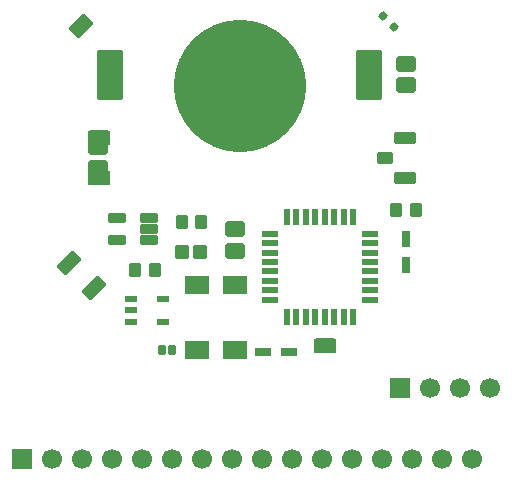
<source format=gbr>
%TF.GenerationSoftware,KiCad,Pcbnew,9.0.1*%
%TF.CreationDate,2025-05-24T12:43:54-07:00*%
%TF.ProjectId,TestWatch,54657374-5761-4746-9368-2e6b69636164,rev?*%
%TF.SameCoordinates,Original*%
%TF.FileFunction,Soldermask,Top*%
%TF.FilePolarity,Negative*%
%FSLAX46Y46*%
G04 Gerber Fmt 4.6, Leading zero omitted, Abs format (unit mm)*
G04 Created by KiCad (PCBNEW 9.0.1) date 2025-05-24 12:43:54*
%MOMM*%
%LPD*%
G01*
G04 APERTURE LIST*
G04 Aperture macros list*
%AMRoundRect*
0 Rectangle with rounded corners*
0 $1 Rounding radius*
0 $2 $3 $4 $5 $6 $7 $8 $9 X,Y pos of 4 corners*
0 Add a 4 corners polygon primitive as box body*
4,1,4,$2,$3,$4,$5,$6,$7,$8,$9,$2,$3,0*
0 Add four circle primitives for the rounded corners*
1,1,$1+$1,$2,$3*
1,1,$1+$1,$4,$5*
1,1,$1+$1,$6,$7*
1,1,$1+$1,$8,$9*
0 Add four rect primitives between the rounded corners*
20,1,$1+$1,$2,$3,$4,$5,0*
20,1,$1+$1,$4,$5,$6,$7,0*
20,1,$1+$1,$6,$7,$8,$9,0*
20,1,$1+$1,$8,$9,$2,$3,0*%
G04 Aperture macros list end*
%ADD10RoundRect,0.102000X0.270000X0.300000X-0.270000X0.300000X-0.270000X-0.300000X0.270000X-0.300000X0*%
%ADD11RoundRect,0.102000X-0.710000X0.540000X-0.710000X-0.540000X0.710000X-0.540000X0.710000X0.540000X0*%
%ADD12RoundRect,0.088000X0.619000X0.264000X-0.619000X0.264000X-0.619000X-0.264000X0.619000X-0.264000X0*%
%ADD13RoundRect,0.150000X0.247487X0.035355X0.035355X0.247487X-0.247487X-0.035355X-0.035355X-0.247487X0*%
%ADD14RoundRect,0.102000X0.445000X0.465000X-0.445000X0.465000X-0.445000X-0.465000X0.445000X-0.465000X0*%
%ADD15RoundRect,0.102000X0.954594X0.268701X0.268701X0.954594X-0.954594X-0.268701X-0.268701X-0.954594X0*%
%ADD16RoundRect,0.102000X-0.850000X0.400000X-0.850000X-0.400000X0.850000X-0.400000X0.850000X0.400000X0*%
%ADD17RoundRect,0.102000X-0.550000X0.400000X-0.550000X-0.400000X0.550000X-0.400000X0.550000X0.400000X0*%
%ADD18R,1.475000X0.600000*%
%ADD19R,0.600000X1.475000*%
%ADD20RoundRect,0.190500X-0.762000X-0.444500X0.762000X-0.444500X0.762000X0.444500X-0.762000X0.444500X0*%
%ADD21RoundRect,0.102000X-0.950000X-0.650000X0.950000X-0.650000X0.950000X0.650000X-0.950000X0.650000X0*%
%ADD22RoundRect,0.102000X0.450000X0.485000X-0.450000X0.485000X-0.450000X-0.485000X0.450000X-0.485000X0*%
%ADD23RoundRect,0.088000X0.264000X-0.619000X0.264000X0.619000X-0.264000X0.619000X-0.264000X-0.619000X0*%
%ADD24R,1.700000X1.700000*%
%ADD25C,1.700000*%
%ADD26R,0.977900X0.508000*%
%ADD27RoundRect,0.102000X-0.445000X-0.465000X0.445000X-0.465000X0.445000X0.465000X-0.445000X0.465000X0*%
%ADD28C,11.204000*%
%ADD29RoundRect,0.102000X-1.000000X-2.000000X1.000000X-2.000000X1.000000X2.000000X-1.000000X2.000000X0*%
%ADD30RoundRect,0.102000X0.660400X0.279400X-0.660400X0.279400X-0.660400X-0.279400X0.660400X-0.279400X0*%
%ADD31RoundRect,0.190500X-0.224506X-0.853124X0.853124X0.224506X0.224506X0.853124X-0.853124X-0.224506X0*%
G04 APERTURE END LIST*
D10*
%TO.C,R6*%
X193199800Y-106793700D03*
X192335800Y-106793700D03*
%TD*%
D11*
%TO.C,C3*%
X213000000Y-82604999D03*
X213000000Y-84395001D03*
%TD*%
D12*
%TO.C,D2*%
X203105000Y-107000000D03*
X200895000Y-107000000D03*
%TD*%
D13*
%TO.C,D3*%
X211994975Y-79494975D03*
X211005025Y-78505025D03*
%TD*%
D14*
%TO.C,R5*%
X190086000Y-100000000D03*
X191714000Y-100000000D03*
%TD*%
D15*
%TO.C,R3*%
X184453482Y-99453482D03*
X186546518Y-101546518D03*
%TD*%
D14*
%TO.C,R1*%
X195631600Y-95950000D03*
X194003600Y-95950000D03*
%TD*%
D11*
%TO.C,C2*%
X198500000Y-96604999D03*
X198500000Y-98395001D03*
%TD*%
D16*
%TO.C,BUTT1*%
X212900000Y-92224001D03*
X212900000Y-88823999D03*
D17*
X211250000Y-90524000D03*
%TD*%
D18*
%TO.C,STM1*%
X201462000Y-96962000D03*
X201462000Y-97762000D03*
X201462000Y-98562000D03*
X201462000Y-99362000D03*
X201462000Y-100162000D03*
X201462000Y-100962000D03*
X201462000Y-101762000D03*
X201462000Y-102562000D03*
D19*
X202900000Y-104000000D03*
X203700000Y-104000000D03*
X204500000Y-104000000D03*
X205300000Y-104000000D03*
X206100000Y-104000000D03*
X206900000Y-104000000D03*
X207700000Y-104000000D03*
X208500000Y-104000000D03*
D18*
X209938000Y-102562000D03*
X209938000Y-101762000D03*
X209938000Y-100962000D03*
X209938000Y-100162000D03*
X209938000Y-99362000D03*
X209938000Y-98562000D03*
X209938000Y-97762000D03*
X209938000Y-96962000D03*
D19*
X208500000Y-95524000D03*
X207700000Y-95524000D03*
X206900000Y-95524000D03*
X206100000Y-95524000D03*
X205300000Y-95524000D03*
X204500000Y-95524000D03*
X203700000Y-95524000D03*
X202900000Y-95524000D03*
%TD*%
D20*
%TO.C,POGO1*%
X187000000Y-88824000D03*
X187000000Y-92224000D03*
%TD*%
D21*
%TO.C,OSC1*%
X195300000Y-101274000D03*
X195300000Y-106774000D03*
X198500000Y-106774000D03*
X198500000Y-101274000D03*
%TD*%
D22*
%TO.C,R4*%
X195577600Y-98500000D03*
X194057600Y-98500000D03*
%TD*%
D23*
%TO.C,D1*%
X213000000Y-97395000D03*
X213000000Y-99605000D03*
%TD*%
D11*
%TO.C,C1*%
X186900000Y-89628999D03*
X186900000Y-91419001D03*
%TD*%
D24*
%TO.C,J1*%
X180500000Y-116000000D03*
D25*
X183040000Y-116000000D03*
X185579999Y-116000000D03*
X188120000Y-116000000D03*
X190660000Y-116000000D03*
X193200000Y-116000000D03*
X195740000Y-116000000D03*
X198280001Y-116000000D03*
X200820000Y-116000000D03*
X203360000Y-116000000D03*
X205900000Y-116000000D03*
X208439999Y-116000000D03*
X210980000Y-116000000D03*
X213520000Y-116000000D03*
X216060000Y-116000000D03*
X218599999Y-116000000D03*
%TD*%
D26*
%TO.C,U1*%
X189669550Y-102499999D03*
X189669550Y-103450000D03*
X189669550Y-104400001D03*
X192400050Y-104400001D03*
X192400050Y-102499999D03*
%TD*%
D27*
%TO.C,R2*%
X212186000Y-95000000D03*
X213814000Y-95000000D03*
%TD*%
D28*
%TO.C,BT1*%
X198900000Y-84500000D03*
D29*
X187900000Y-83500000D03*
X209900000Y-83500000D03*
%TD*%
D24*
%TO.C,J2*%
X212500000Y-110000000D03*
D25*
X215040000Y-110000000D03*
X217579999Y-110000000D03*
X220120000Y-110000000D03*
%TD*%
D30*
%TO.C,CHG1*%
X191271600Y-97486500D03*
X191271600Y-96546700D03*
X191271600Y-95606900D03*
X188528400Y-95606900D03*
X188528400Y-97486500D03*
%TD*%
D31*
%TO.C,P14*%
X185499953Y-79366440D03*
%TD*%
D20*
%TO.C,P13*%
X206148800Y-106442500D03*
%TD*%
M02*

</source>
